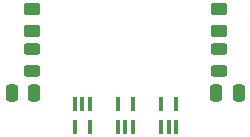
<source format=gbr>
%TF.GenerationSoftware,KiCad,Pcbnew,8.99.0-unknown-120b06f916~181~ubuntu22.04.1*%
%TF.CreationDate,2024-11-21T04:22:58-08:00*%
%TF.ProjectId,gb_video_pico_breakout,67625f76-6964-4656-9f5f-7069636f5f62,rev?*%
%TF.SameCoordinates,Original*%
%TF.FileFunction,Paste,Top*%
%TF.FilePolarity,Positive*%
%FSLAX46Y46*%
G04 Gerber Fmt 4.6, Leading zero omitted, Abs format (unit mm)*
G04 Created by KiCad (PCBNEW 8.99.0-unknown-120b06f916~181~ubuntu22.04.1) date 2024-11-21 04:22:58*
%MOMM*%
%LPD*%
G01*
G04 APERTURE LIST*
G04 Aperture macros list*
%AMRoundRect*
0 Rectangle with rounded corners*
0 $1 Rounding radius*
0 $2 $3 $4 $5 $6 $7 $8 $9 X,Y pos of 4 corners*
0 Add a 4 corners polygon primitive as box body*
4,1,4,$2,$3,$4,$5,$6,$7,$8,$9,$2,$3,0*
0 Add four circle primitives for the rounded corners*
1,1,$1+$1,$2,$3*
1,1,$1+$1,$4,$5*
1,1,$1+$1,$6,$7*
1,1,$1+$1,$8,$9*
0 Add four rect primitives between the rounded corners*
20,1,$1+$1,$2,$3,$4,$5,0*
20,1,$1+$1,$4,$5,$6,$7,0*
20,1,$1+$1,$6,$7,$8,$9,0*
20,1,$1+$1,$8,$9,$2,$3,0*%
G04 Aperture macros list end*
%ADD10RoundRect,0.250000X0.250000X0.475000X-0.250000X0.475000X-0.250000X-0.475000X0.250000X-0.475000X0*%
%ADD11RoundRect,0.250000X0.450000X-0.262500X0.450000X0.262500X-0.450000X0.262500X-0.450000X-0.262500X0*%
%ADD12R,0.400000X1.200000*%
%ADD13RoundRect,0.243750X-0.456250X0.243750X-0.456250X-0.243750X0.456250X-0.243750X0.456250X0.243750X0*%
%ADD14RoundRect,0.250000X-0.250000X-0.475000X0.250000X-0.475000X0.250000X0.475000X-0.250000X0.475000X0*%
G04 APERTURE END LIST*
D10*
%TO.C,C2*%
X142200000Y-118100000D03*
X140300000Y-118100000D03*
%TD*%
D11*
%TO.C,R4*%
X142000000Y-112850000D03*
X142000000Y-111025000D03*
%TD*%
D12*
%TO.C,U1*%
X146915833Y-119050000D03*
X146265833Y-119050000D03*
X145615833Y-119050000D03*
X145615833Y-120950000D03*
X146915833Y-120950000D03*
%TD*%
D13*
%TO.C,D1*%
X157800000Y-114337500D03*
X157800000Y-116212500D03*
%TD*%
D12*
%TO.C,U2*%
X149265833Y-120950000D03*
X149915833Y-120950000D03*
X150565833Y-120950000D03*
X150565833Y-119050000D03*
X149265833Y-119050000D03*
%TD*%
%TO.C,U3*%
X152915833Y-120950000D03*
X153565833Y-120950000D03*
X154215833Y-120950000D03*
X154215833Y-119050000D03*
X152915833Y-119050000D03*
%TD*%
D11*
%TO.C,R3*%
X157800000Y-112812500D03*
X157800000Y-110987500D03*
%TD*%
D14*
%TO.C,C1*%
X157600000Y-118100000D03*
X159500000Y-118100000D03*
%TD*%
D13*
%TO.C,D2*%
X142000000Y-114362500D03*
X142000000Y-116237500D03*
%TD*%
M02*

</source>
